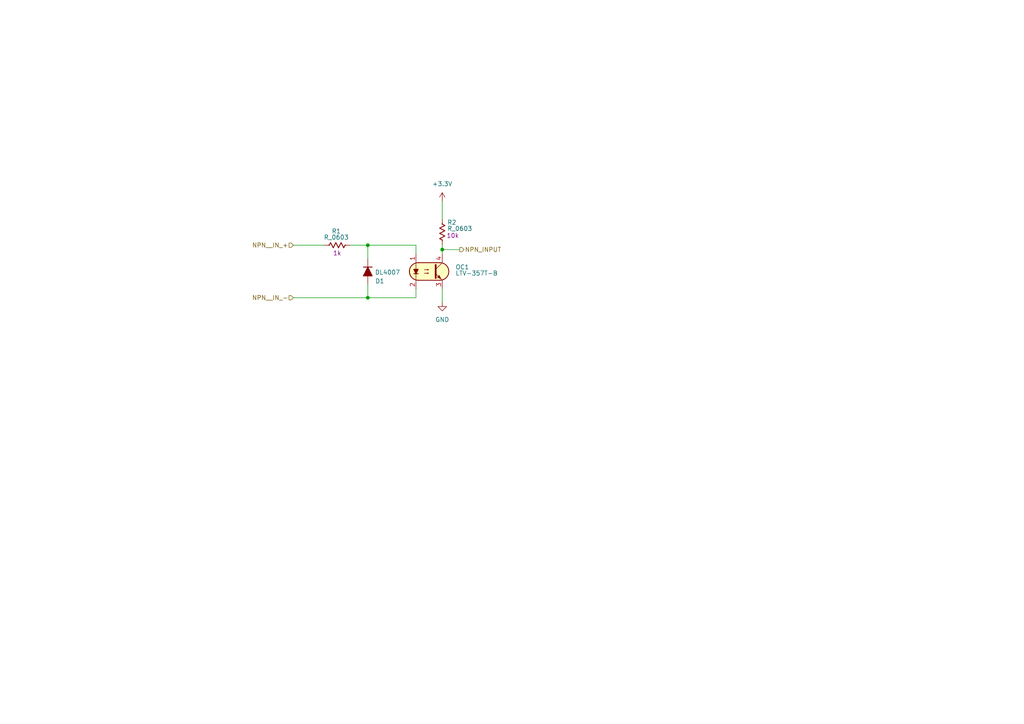
<source format=kicad_sch>
(kicad_sch (version 20250114) (generator "eeschema") (generator_version "9.0")
  (paper "A4")
  (lib_symbols
    (symbol "PCM_Diode_AKL:DL4007" (pin_numbers (hide yes)) (pin_names (offset 1.016) (hide yes))
      (property "Reference" "D" (at 0 5.08 0))
      (property "Value" "DL4007" (at 0 2.54 0))
      (symbol "DL4007_0_1"
        (polyline (pts (xy -1.27 1.27) (xy -1.27 -1.27) (xy 1.27 0) (xy -1.27 1.27)) (stroke (width 0.254)) (fill (type outline)))
        (polyline (pts (xy -1.27 0) (xy 1.27 0)))
        (polyline (pts (xy 1.27 1.27) (xy 1.27 -1.27)) (stroke (width 0.254)))
      )
      (symbol "DL4007_0_2"
        (polyline (pts (xy -2.54 -2.54) (xy 2.54 2.54)))
        (polyline (pts (xy -0.889 -0.889) (xy -1.778 0) (xy 0.889 0.889) (xy 0 -1.778) (xy -0.889 -0.889)) (stroke (width 0.254)) (fill (type outline)))
        (polyline (pts (xy 0 1.778) (xy 1.778 0)) (stroke (width 0.254)))
      )
      (symbol "DL4007_1_1"
        (pin passive line (at -3.81 0 0) (length 2.54) (name "A") (number "2"))
        (pin passive line (at 3.81 0 180) (length 2.54) (name "K") (number "1"))
      )
      (symbol "DL4007_1_2"
        (pin passive line (at -2.54 -2.54 0) (length 0) (name "A") (number "2"))
        (pin passive line (at 2.54 2.54 180) (length 0) (name "K") (number "1"))
      )
    )
    (symbol "PCM_Optocoupler_AKL:LTV-357T-B" (pin_names (offset 1.016))
      (property "Reference" "OC" (at 6.35 1.27 0))
      (property "Value" "LTV-357T-B" (at 6.35 -1.27 0))
      (symbol "LTV-357T-B_0_1"
        (polyline (pts (xy -4.445 -0.635) (xy -3.175 -0.635)) (stroke (width 0.254)))
        (polyline (pts (xy -3.81 -0.635) (xy -4.445 0.635) (xy -3.175 0.635) (xy -3.81 -0.635)) (stroke (width 0.254)) (fill (type outline)))
        (polyline (pts (xy -3.81 -2.54) (xy -3.81 -1.27) (xy -3.81 2.54)) (stroke (width 0.1524)))
        (polyline (pts (xy -3.175 2.54) (xy 3.175 2.54)) (stroke (width 0.254)))
        (arc (start -3.1975 -2.54) (mid -5.7151 0) (end -3.1975 2.54) (stroke (width 0.254)))
        (polyline (pts (xy -2.54 2.54) (xy 3.429 2.54) (xy 4.318 2.286) (xy 4.699 2.032) (xy 5.08 1.651) (xy 5.461 1.016) (xy 5.715 0.381) (xy 5.715 -0.381) (xy 5.461 -1.143) (xy 4.826 -1.905) (xy 4.191 -2.286) (xy 3.302 -2.54) (xy -3.81 -2.54) (xy -3.81 -2.54) (xy -4.572 -2.032) (xy -5.08 -1.778) (xy -5.588 -0.508) (xy -5.588 0.254) (xy -5.588 1.016) (xy -5.08 1.778) (xy -4.318 2.286) (xy -3.556 2.54) (xy -2.54 2.54)) (stroke (width 0.01)) (fill (type background)))
        (polyline (pts (xy -1.397 0.508) (xy -0.127 0.508) (xy -0.508 0.381) (xy -0.508 0.635) (xy -0.127 0.508)))
        (polyline (pts (xy -1.397 -0.508) (xy -0.127 -0.508) (xy -0.508 -0.635) (xy -0.508 -0.381) (xy -0.127 -0.508)))
        (polyline (pts (xy 1.905 1.905) (xy 1.905 -1.905) (xy 1.905 -1.905)) (stroke (width 0.508)))
        (polyline (pts (xy 1.905 0.635) (xy 3.81 2.54)))
        (polyline (pts (xy 2.413 -1.651) (xy 2.921 -1.143) (xy 3.429 -2.159) (xy 2.413 -1.651) (xy 2.413 -1.651)) (fill (type outline)))
        (arc (start 3.1975 2.54) (mid 5.7151 0) (end 3.1975 -2.54) (stroke (width 0.254)))
        (polyline (pts (xy 3.175 -2.54) (xy -3.175 -2.54)) (stroke (width 0.254)))
        (polyline (pts (xy 3.81 -2.54) (xy 1.905 -0.635)) (fill (type outline)))
      )
      (symbol "LTV-357T-B_1_1"
        (pin passive line (at -3.81 5.08 270) (length 2.54) (name "~") (number "1"))
        (pin passive line (at -3.81 -5.08 90) (length 2.54) (name "~") (number "2"))
        (pin passive line (at 3.81 5.08 270) (length 2.54) (name "~") (number "4"))
        (pin passive line (at 3.81 -5.08 90) (length 2.54) (name "~") (number "3"))
      )
    )
    (symbol "PCM_Resistor_US_AKL:R_0603" (pin_numbers (hide yes)) (pin_names (offset 0))
      (property "Reference" "R" (at 2.54 1.27 0))
      (property "Value" "R_0603" (at 2.54 -1.27 0))
      (symbol "R_0603_0_1"
        (polyline (pts (xy 0 2.286) (xy 0 2.54)) (stroke (width 0.254)))
        (polyline (pts (xy 0 2.286) (xy 0.762 1.905) (xy -0.762 1.143) (xy 0 0.762) (xy 0.762 0.381) (xy 0 0) (xy -0.762 -0.381) (xy 0 -0.762) (xy 0.762 -1.143) (xy 0 -1.524) (xy -0.762 -1.905) (xy 0 -2.286)) (stroke (width 0.254)))
        (polyline (pts (xy 0 -2.286) (xy 0 -2.54)) (stroke (width 0.254)))
      )
      (symbol "R_0603_0_2"
        (polyline (pts (xy -2.54 -2.54) (xy -1.778 -1.778)))
        (polyline (pts (xy -1.778 -1.778) (xy -1.524 -1.524)) (stroke (width 0.254)))
        (polyline (pts (xy -1.524 -1.524) (xy -1.778 -0.762) (xy -1.016 -1.016)) (stroke (width 0.254)))
        (polyline (pts (xy -0.508 -0.508) (xy -0.762 0.254) (xy 0 0)) (stroke (width 0.254)))
        (polyline (pts (xy -0.508 -0.508) (xy -0.254 -1.27) (xy -1.016 -1.016)) (stroke (width 0.254)))
        (polyline (pts (xy 0.508 0.508) (xy 0.254 1.27) (xy 1.016 1.016)) (stroke (width 0.254)))
        (polyline (pts (xy 0.508 0.508) (xy 0.762 -0.254) (xy 0 0)) (stroke (width 0.254)))
        (polyline (pts (xy 1.524 1.524) (xy 1.778 0.762) (xy 1.016 1.016)) (stroke (width 0.254)))
        (polyline (pts (xy 1.778 1.778) (xy 1.524 1.524)) (stroke (width 0.254)))
        (polyline (pts (xy 1.778 1.778) (xy 2.54 2.54)))
      )
      (symbol "R_0603_1_1"
        (pin passive line (at 0 3.81 270) (length 1.27) (name "~") (number "1"))
        (pin passive line (at 0 -3.81 90) (length 1.27) (name "~") (number "2"))
      )
      (symbol "R_0603_1_2"
        (pin passive line (at -2.54 -2.54 0) (length 0) (name "") (number "2"))
        (pin passive line (at 2.54 2.54 180) (length 0) (name "") (number "1"))
      )
    )
    (symbol "power:+3.3V" (power) (pin_numbers (hide yes)) (pin_names (offset 0) (hide yes))
      (property "Value" "+3.3V" (at 0 3.556 0))
      (symbol "+3.3V_0_1"
        (polyline (pts (xy -0.762 1.27) (xy 0 2.54)))
        (polyline (pts (xy 0 2.54) (xy 0.762 1.27)))
        (polyline (pts (xy 0 0) (xy 0 2.54)))
      )
      (symbol "+3.3V_1_1"
        (pin power_in line (at 0 0 90) (length 0) (name "~") (number "1"))
      )
    )
    (symbol "power:GND" (power) (pin_numbers (hide yes)) (pin_names (offset 0) (hide yes))
      (property "Value" "GND" (at 0 -3.81 0))
      (symbol "GND_0_1"
        (polyline (pts (xy 0 0) (xy 0 -1.27) (xy 1.27 -1.27) (xy 0 -2.54) (xy -1.27 -1.27) (xy 0 -1.27)))
      )
      (symbol "GND_1_1"
        (pin power_in line (at 0 0 270) (length 0) (name "~") (number "1"))
      )
    )
  )
  (junction (at 106.68 86.36))
  (junction (at 106.68 71.12))
  (junction (at 128.27 72.39))
  (wire (pts (xy 128.27 58.42) (xy 128.27 63.5)))
  (wire (pts (xy 128.27 72.39) (xy 128.27 73.66)))
  (wire (pts (xy 106.68 82.55) (xy 106.68 86.36)))
  (wire (pts (xy 128.27 72.39) (xy 133.35 72.39)))
  (wire (pts (xy 120.65 83.82) (xy 120.65 86.36)))
  (wire (pts (xy 128.27 83.82) (xy 128.27 87.63)))
  (wire (pts (xy 106.68 86.36) (xy 120.65 86.36)))
  (wire (pts (xy 120.65 71.12) (xy 120.65 73.66)))
  (wire (pts (xy 128.27 71.12) (xy 128.27 72.39)))
  (wire (pts (xy 101.6 71.12) (xy 106.68 71.12)))
  (wire (pts (xy 106.68 71.12) (xy 106.68 74.93)))
  (wire (pts (xy 106.68 71.12) (xy 120.65 71.12)))
  (wire (pts (xy 85.09 71.12) (xy 93.98 71.12)))
  (wire (pts (xy 85.09 86.36) (xy 106.68 86.36)))
  (hierarchical_label "NPN_INPUT" (shape output) (at 133.35 72.39 0))
  (hierarchical_label "NPN__IN_-" (shape input) (at 85.09 86.36 180))
  (hierarchical_label "NPN__IN_+" (shape input) (at 85.09 71.12 180))
  (symbol (lib_id "PCM_Diode_AKL:DL4007") (at 106.68 78.74 90) (unit 1)
    (property "Reference" "D1" (at 111.506 81.534 90) (effects (justify left)))
    (property "Value" "DL4007" (at 116.078 78.994 90) (effects (justify left)))
    (property "Footprint" "PCM_Diode_SMD_AKL:D_MELF" (effects (hide yes)))
    (property "Datasheet" "https://www.diodes.com/assets/Datasheets/products_inactive_data/ds16001.pdf" (effects (hide yes)))
    (property "Description" "MELF Diode, Rectifier, 1000V, 1A, Alternate KiCad Library" (effects (hide yes)))
  )
  (symbol (lib_id "PCM_Resistor_US_AKL:R_0603") (at 97.79 71.12 90) (unit 1)
    (property "Reference" "R1" (at 97.536 67.056 90))
    (property "Value" "R_0603" (at 97.536 68.834 90))
    (property "Footprint" "PCM_Resistor_SMD_AKL:R_0603_1608Metric" (effects (hide yes)))
    (property "Description" "SMD 0603 Chip Resistor, US Symbol, Alternate KiCad Library" (effects (hide yes)))
    (property "Capacidad" "1k" (at 97.79 73.406 90))
  )
  (symbol (lib_id "power:GND") (at 128.27 87.63 0) (unit 1)
    (property "Reference" "#PWR025" (effects (hide yes)))
    (property "Value" "GND" (at 128.27 92.71 0))
    (property "Description" "Power symbol creates a global label with name \"GND\" , ground" (effects (hide yes)))
  )
  (symbol (lib_id "PCM_Optocoupler_AKL:LTV-357T-B") (at 124.46 78.74 0) (unit 1)
    (property "Reference" "OC1" (at 132.08 77.4699 0) (effects (justify left)))
    (property "Value" "LTV-357T-B" (at 132.08 79.248 0) (effects (justify left)))
    (property "Footprint" "PCM_Package_SO_AKL:SO-4_4.4x3.9mm_P2.54mm" (effects (hide yes)))
    (property "Datasheet" "https://www.tme.eu/Document/4ccb1404604244f2e07aa15af3469fcc/LTV-357T.pdf" (effects (hide yes)))
    (property "Description" "SO-4 Optocoupler, Transistor output, 3.75kV, 18us, Alternate KiCAD Library" (effects (hide yes)))
  )
  (symbol (lib_id "power:+3.3V") (at 128.27 58.42 0) (unit 1)
    (property "Reference" "#PWR024" (effects (hide yes)))
    (property "Value" "+3.3V" (at 128.27 53.34 0))
    (property "Description" "Power symbol creates a global label with name \"+3.3V\"" (effects (hide yes)))
  )
  (symbol (lib_id "PCM_Resistor_US_AKL:R_0603") (at 128.27 67.31 0) (unit 1)
    (property "Reference" "R2" (at 131.064 64.516 0))
    (property "Value" "R_0603" (at 133.35 66.294 0))
    (property "Footprint" "PCM_Resistor_SMD_AKL:R_0603_1608Metric" (effects (hide yes)))
    (property "Description" "SMD 0603 Chip Resistor, US Symbol, Alternate KiCad Library" (effects (hide yes)))
    (property "Capacidad" "10k" (at 131.318 68.326 0))
  )
)
</source>
